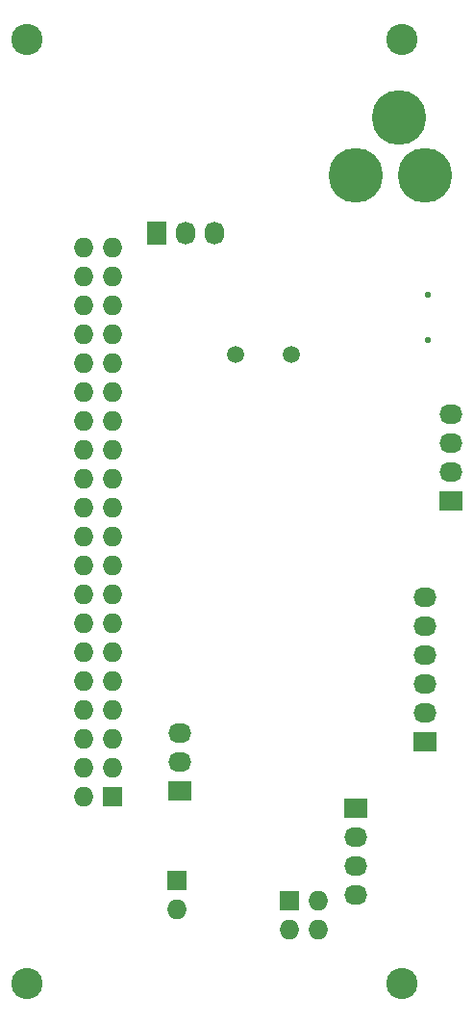
<source format=gbr>
G04 #@! TF.FileFunction,Soldermask,Bot*
%FSLAX46Y46*%
G04 Gerber Fmt 4.6, Leading zero omitted, Abs format (unit mm)*
G04 Created by KiCad (PCBNEW (after 2015-mar-04 BZR unknown)-product) date 11/11/2016 4:19:04 PM*
%MOMM*%
G01*
G04 APERTURE LIST*
%ADD10C,0.100000*%
%ADD11R,2.032000X1.727200*%
%ADD12O,2.032000X1.727200*%
%ADD13R,1.727200X1.727200*%
%ADD14O,1.727200X1.727200*%
%ADD15R,1.727200X2.032000*%
%ADD16O,1.727200X2.032000*%
%ADD17C,2.750000*%
%ADD18C,4.800600*%
%ADD19C,0.550000*%
%ADD20C,1.501140*%
G04 APERTURE END LIST*
D10*
D11*
X53340000Y-56515000D03*
D12*
X53340000Y-53975000D03*
X53340000Y-51435000D03*
X53340000Y-48895000D03*
D13*
X29210000Y-89916000D03*
D14*
X29210000Y-92456000D03*
D15*
X27432000Y-33020000D03*
D16*
X29972000Y-33020000D03*
X32512000Y-33020000D03*
D11*
X29464000Y-82042000D03*
D12*
X29464000Y-79502000D03*
X29464000Y-76962000D03*
D17*
X16000000Y-16000000D03*
X49000000Y-16000000D03*
X16000000Y-99000000D03*
X49000000Y-99000000D03*
D18*
X51054000Y-27940000D03*
X44958000Y-27940000D03*
X48768000Y-22860000D03*
D13*
X23495000Y-82550000D03*
D14*
X20955000Y-82550000D03*
X23495000Y-80010000D03*
X20955000Y-80010000D03*
X23495000Y-77470000D03*
X20955000Y-77470000D03*
X23495000Y-74930000D03*
X20955000Y-74930000D03*
X23495000Y-72390000D03*
X20955000Y-72390000D03*
X23495000Y-69850000D03*
X20955000Y-69850000D03*
X23495000Y-67310000D03*
X20955000Y-67310000D03*
X23495000Y-64770000D03*
X20955000Y-64770000D03*
X23495000Y-62230000D03*
X20955000Y-62230000D03*
X23495000Y-59690000D03*
X20955000Y-59690000D03*
X23495000Y-57150000D03*
X20955000Y-57150000D03*
X23495000Y-54610000D03*
X20955000Y-54610000D03*
X23495000Y-52070000D03*
X20955000Y-52070000D03*
X23495000Y-49530000D03*
X20955000Y-49530000D03*
X23495000Y-46990000D03*
X20955000Y-46990000D03*
X23495000Y-44450000D03*
X20955000Y-44450000D03*
X23495000Y-41910000D03*
X20955000Y-41910000D03*
X23495000Y-39370000D03*
X20955000Y-39370000D03*
X23495000Y-36830000D03*
X20955000Y-36830000D03*
X23495000Y-34290000D03*
X20955000Y-34290000D03*
D19*
X51325000Y-42386000D03*
X51325000Y-38386000D03*
D20*
X34389060Y-43688000D03*
X39270940Y-43688000D03*
D11*
X44958000Y-83566000D03*
D12*
X44958000Y-86106000D03*
X44958000Y-88646000D03*
X44958000Y-91186000D03*
D13*
X39116000Y-91694000D03*
D14*
X41656000Y-91694000D03*
X39116000Y-94234000D03*
X41656000Y-94234000D03*
D11*
X51054000Y-77724000D03*
D12*
X51054000Y-75184000D03*
X51054000Y-72644000D03*
X51054000Y-70104000D03*
X51054000Y-67564000D03*
X51054000Y-65024000D03*
M02*

</source>
